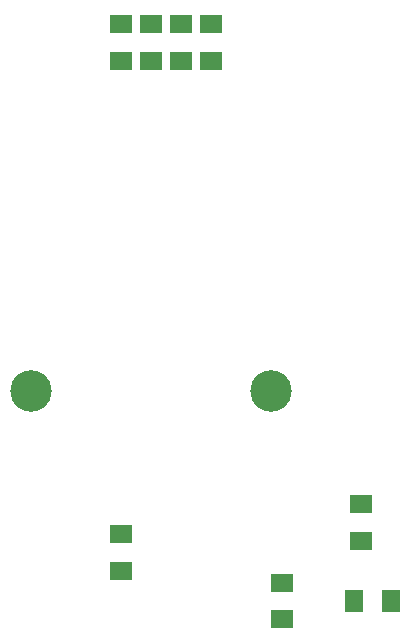
<source format=gtp>
G04 MADE WITH FRITZING*
G04 WWW.FRITZING.ORG*
G04 DOUBLE SIDED*
G04 HOLES PLATED*
G04 CONTOUR ON CENTER OF CONTOUR VECTOR*
%ASAXBY*%
%FSLAX23Y23*%
%MOIN*%
%OFA0B0*%
%SFA1.0B1.0*%
%ADD10C,0.138425*%
%ADD11R,0.074803X0.062992*%
%ADD12R,0.062992X0.074803*%
%LNPASTEMASK1*%
G90*
G70*
G54D10*
X2112Y1213D03*
X1312Y1213D03*
G54D11*
X2151Y574D03*
X2151Y452D03*
X2412Y713D03*
X2412Y835D03*
X1612Y613D03*
X1612Y735D03*
G54D12*
X2512Y513D03*
X2390Y513D03*
G54D11*
X1912Y2313D03*
X1912Y2435D03*
X1812Y2313D03*
X1812Y2435D03*
X1712Y2313D03*
X1712Y2435D03*
X1612Y2313D03*
X1612Y2435D03*
G04 End of PasteMask1*
M02*
</source>
